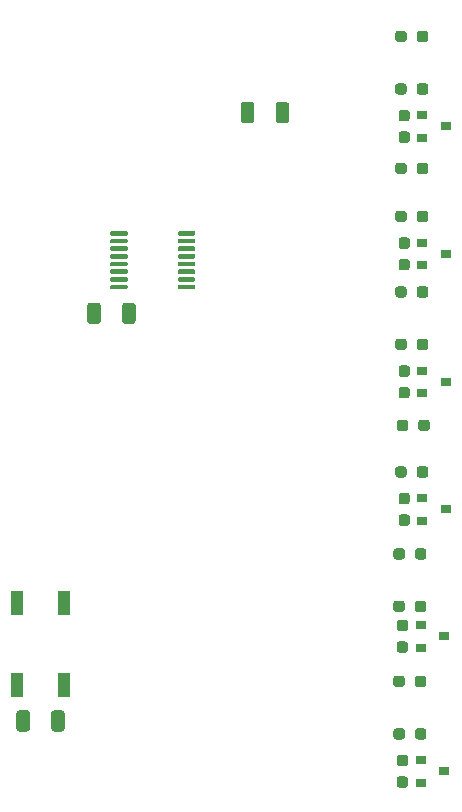
<source format=gbr>
%TF.GenerationSoftware,KiCad,Pcbnew,(5.1.9)-1*%
%TF.CreationDate,2021-10-29T07:15:38-06:00*%
%TF.ProjectId,throttle_controller,7468726f-7474-46c6-955f-636f6e74726f,rev?*%
%TF.SameCoordinates,Original*%
%TF.FileFunction,Paste,Top*%
%TF.FilePolarity,Positive*%
%FSLAX46Y46*%
G04 Gerber Fmt 4.6, Leading zero omitted, Abs format (unit mm)*
G04 Created by KiCad (PCBNEW (5.1.9)-1) date 2021-10-29 07:15:38*
%MOMM*%
%LPD*%
G01*
G04 APERTURE LIST*
%ADD10R,0.900000X0.800000*%
%ADD11R,1.000000X2.000000*%
G04 APERTURE END LIST*
%TO.C,C3*%
G36*
G01*
X151076000Y-90179999D02*
X151076000Y-91480001D01*
G75*
G02*
X150826001Y-91730000I-249999J0D01*
G01*
X150175999Y-91730000D01*
G75*
G02*
X149926000Y-91480001I0J249999D01*
G01*
X149926000Y-90179999D01*
G75*
G02*
X150175999Y-89930000I249999J0D01*
G01*
X150826001Y-89930000D01*
G75*
G02*
X151076000Y-90179999I0J-249999D01*
G01*
G37*
G36*
G01*
X154026000Y-90179999D02*
X154026000Y-91480001D01*
G75*
G02*
X153776001Y-91730000I-249999J0D01*
G01*
X153125999Y-91730000D01*
G75*
G02*
X152876000Y-91480001I0J249999D01*
G01*
X152876000Y-90179999D01*
G75*
G02*
X153125999Y-89930000I249999J0D01*
G01*
X153776001Y-89930000D01*
G75*
G02*
X154026000Y-90179999I0J-249999D01*
G01*
G37*
%TD*%
%TO.C,R4*%
G36*
G01*
X164671500Y-143668500D02*
X164671500Y-143193500D01*
G75*
G02*
X164909000Y-142956000I237500J0D01*
G01*
X165409000Y-142956000D01*
G75*
G02*
X165646500Y-143193500I0J-237500D01*
G01*
X165646500Y-143668500D01*
G75*
G02*
X165409000Y-143906000I-237500J0D01*
G01*
X164909000Y-143906000D01*
G75*
G02*
X164671500Y-143668500I0J237500D01*
G01*
G37*
G36*
G01*
X162846500Y-143668500D02*
X162846500Y-143193500D01*
G75*
G02*
X163084000Y-142956000I237500J0D01*
G01*
X163584000Y-142956000D01*
G75*
G02*
X163821500Y-143193500I0J-237500D01*
G01*
X163821500Y-143668500D01*
G75*
G02*
X163584000Y-143906000I-237500J0D01*
G01*
X163084000Y-143906000D01*
G75*
G02*
X162846500Y-143668500I0J237500D01*
G01*
G37*
%TD*%
%TO.C,R2*%
G36*
G01*
X163374000Y-135601000D02*
X163849000Y-135601000D01*
G75*
G02*
X164086500Y-135838500I0J-237500D01*
G01*
X164086500Y-136338500D01*
G75*
G02*
X163849000Y-136576000I-237500J0D01*
G01*
X163374000Y-136576000D01*
G75*
G02*
X163136500Y-136338500I0J237500D01*
G01*
X163136500Y-135838500D01*
G75*
G02*
X163374000Y-135601000I237500J0D01*
G01*
G37*
G36*
G01*
X163374000Y-133776000D02*
X163849000Y-133776000D01*
G75*
G02*
X164086500Y-134013500I0J-237500D01*
G01*
X164086500Y-134513500D01*
G75*
G02*
X163849000Y-134751000I-237500J0D01*
G01*
X163374000Y-134751000D01*
G75*
G02*
X163136500Y-134513500I0J237500D01*
G01*
X163136500Y-134013500D01*
G75*
G02*
X163374000Y-133776000I237500J0D01*
G01*
G37*
%TD*%
D10*
%TO.C,Q4*%
X167151500Y-146606000D03*
X165151500Y-147556000D03*
X165151500Y-145656000D03*
%TD*%
%TO.C,R3*%
G36*
G01*
X164671500Y-128428500D02*
X164671500Y-127953500D01*
G75*
G02*
X164909000Y-127716000I237500J0D01*
G01*
X165409000Y-127716000D01*
G75*
G02*
X165646500Y-127953500I0J-237500D01*
G01*
X165646500Y-128428500D01*
G75*
G02*
X165409000Y-128666000I-237500J0D01*
G01*
X164909000Y-128666000D01*
G75*
G02*
X164671500Y-128428500I0J237500D01*
G01*
G37*
G36*
G01*
X162846500Y-128428500D02*
X162846500Y-127953500D01*
G75*
G02*
X163084000Y-127716000I237500J0D01*
G01*
X163584000Y-127716000D01*
G75*
G02*
X163821500Y-127953500I0J-237500D01*
G01*
X163821500Y-128428500D01*
G75*
G02*
X163584000Y-128666000I-237500J0D01*
G01*
X163084000Y-128666000D01*
G75*
G02*
X162846500Y-128428500I0J237500D01*
G01*
G37*
%TD*%
%TO.C,Q2*%
X167151500Y-135176000D03*
X165151500Y-136126000D03*
X165151500Y-134226000D03*
%TD*%
%TO.C,R5*%
G36*
G01*
X163374000Y-147031000D02*
X163849000Y-147031000D01*
G75*
G02*
X164086500Y-147268500I0J-237500D01*
G01*
X164086500Y-147768500D01*
G75*
G02*
X163849000Y-148006000I-237500J0D01*
G01*
X163374000Y-148006000D01*
G75*
G02*
X163136500Y-147768500I0J237500D01*
G01*
X163136500Y-147268500D01*
G75*
G02*
X163374000Y-147031000I237500J0D01*
G01*
G37*
G36*
G01*
X163374000Y-145206000D02*
X163849000Y-145206000D01*
G75*
G02*
X164086500Y-145443500I0J-237500D01*
G01*
X164086500Y-145943500D01*
G75*
G02*
X163849000Y-146181000I-237500J0D01*
G01*
X163374000Y-146181000D01*
G75*
G02*
X163136500Y-145943500I0J237500D01*
G01*
X163136500Y-145443500D01*
G75*
G02*
X163374000Y-145206000I237500J0D01*
G01*
G37*
%TD*%
%TO.C,R1*%
G36*
G01*
X164671500Y-132873500D02*
X164671500Y-132398500D01*
G75*
G02*
X164909000Y-132161000I237500J0D01*
G01*
X165409000Y-132161000D01*
G75*
G02*
X165646500Y-132398500I0J-237500D01*
G01*
X165646500Y-132873500D01*
G75*
G02*
X165409000Y-133111000I-237500J0D01*
G01*
X164909000Y-133111000D01*
G75*
G02*
X164671500Y-132873500I0J237500D01*
G01*
G37*
G36*
G01*
X162846500Y-132873500D02*
X162846500Y-132398500D01*
G75*
G02*
X163084000Y-132161000I237500J0D01*
G01*
X163584000Y-132161000D01*
G75*
G02*
X163821500Y-132398500I0J-237500D01*
G01*
X163821500Y-132873500D01*
G75*
G02*
X163584000Y-133111000I-237500J0D01*
G01*
X163084000Y-133111000D01*
G75*
G02*
X162846500Y-132873500I0J237500D01*
G01*
G37*
%TD*%
%TO.C,R6*%
G36*
G01*
X164671500Y-139223500D02*
X164671500Y-138748500D01*
G75*
G02*
X164909000Y-138511000I237500J0D01*
G01*
X165409000Y-138511000D01*
G75*
G02*
X165646500Y-138748500I0J-237500D01*
G01*
X165646500Y-139223500D01*
G75*
G02*
X165409000Y-139461000I-237500J0D01*
G01*
X164909000Y-139461000D01*
G75*
G02*
X164671500Y-139223500I0J237500D01*
G01*
G37*
G36*
G01*
X162846500Y-139223500D02*
X162846500Y-138748500D01*
G75*
G02*
X163084000Y-138511000I237500J0D01*
G01*
X163584000Y-138511000D01*
G75*
G02*
X163821500Y-138748500I0J-237500D01*
G01*
X163821500Y-139223500D01*
G75*
G02*
X163584000Y-139461000I-237500J0D01*
G01*
X163084000Y-139461000D01*
G75*
G02*
X162846500Y-139223500I0J237500D01*
G01*
G37*
%TD*%
%TO.C,U2*%
G36*
G01*
X140351000Y-105505000D02*
X140351000Y-105705000D01*
G75*
G02*
X140251000Y-105805000I-100000J0D01*
G01*
X138976000Y-105805000D01*
G75*
G02*
X138876000Y-105705000I0J100000D01*
G01*
X138876000Y-105505000D01*
G75*
G02*
X138976000Y-105405000I100000J0D01*
G01*
X140251000Y-105405000D01*
G75*
G02*
X140351000Y-105505000I0J-100000D01*
G01*
G37*
G36*
G01*
X140351000Y-104855000D02*
X140351000Y-105055000D01*
G75*
G02*
X140251000Y-105155000I-100000J0D01*
G01*
X138976000Y-105155000D01*
G75*
G02*
X138876000Y-105055000I0J100000D01*
G01*
X138876000Y-104855000D01*
G75*
G02*
X138976000Y-104755000I100000J0D01*
G01*
X140251000Y-104755000D01*
G75*
G02*
X140351000Y-104855000I0J-100000D01*
G01*
G37*
G36*
G01*
X140351000Y-104205000D02*
X140351000Y-104405000D01*
G75*
G02*
X140251000Y-104505000I-100000J0D01*
G01*
X138976000Y-104505000D01*
G75*
G02*
X138876000Y-104405000I0J100000D01*
G01*
X138876000Y-104205000D01*
G75*
G02*
X138976000Y-104105000I100000J0D01*
G01*
X140251000Y-104105000D01*
G75*
G02*
X140351000Y-104205000I0J-100000D01*
G01*
G37*
G36*
G01*
X140351000Y-103555000D02*
X140351000Y-103755000D01*
G75*
G02*
X140251000Y-103855000I-100000J0D01*
G01*
X138976000Y-103855000D01*
G75*
G02*
X138876000Y-103755000I0J100000D01*
G01*
X138876000Y-103555000D01*
G75*
G02*
X138976000Y-103455000I100000J0D01*
G01*
X140251000Y-103455000D01*
G75*
G02*
X140351000Y-103555000I0J-100000D01*
G01*
G37*
G36*
G01*
X140351000Y-102905000D02*
X140351000Y-103105000D01*
G75*
G02*
X140251000Y-103205000I-100000J0D01*
G01*
X138976000Y-103205000D01*
G75*
G02*
X138876000Y-103105000I0J100000D01*
G01*
X138876000Y-102905000D01*
G75*
G02*
X138976000Y-102805000I100000J0D01*
G01*
X140251000Y-102805000D01*
G75*
G02*
X140351000Y-102905000I0J-100000D01*
G01*
G37*
G36*
G01*
X140351000Y-102255000D02*
X140351000Y-102455000D01*
G75*
G02*
X140251000Y-102555000I-100000J0D01*
G01*
X138976000Y-102555000D01*
G75*
G02*
X138876000Y-102455000I0J100000D01*
G01*
X138876000Y-102255000D01*
G75*
G02*
X138976000Y-102155000I100000J0D01*
G01*
X140251000Y-102155000D01*
G75*
G02*
X140351000Y-102255000I0J-100000D01*
G01*
G37*
G36*
G01*
X140351000Y-101605000D02*
X140351000Y-101805000D01*
G75*
G02*
X140251000Y-101905000I-100000J0D01*
G01*
X138976000Y-101905000D01*
G75*
G02*
X138876000Y-101805000I0J100000D01*
G01*
X138876000Y-101605000D01*
G75*
G02*
X138976000Y-101505000I100000J0D01*
G01*
X140251000Y-101505000D01*
G75*
G02*
X140351000Y-101605000I0J-100000D01*
G01*
G37*
G36*
G01*
X140351000Y-100955000D02*
X140351000Y-101155000D01*
G75*
G02*
X140251000Y-101255000I-100000J0D01*
G01*
X138976000Y-101255000D01*
G75*
G02*
X138876000Y-101155000I0J100000D01*
G01*
X138876000Y-100955000D01*
G75*
G02*
X138976000Y-100855000I100000J0D01*
G01*
X140251000Y-100855000D01*
G75*
G02*
X140351000Y-100955000I0J-100000D01*
G01*
G37*
G36*
G01*
X146076000Y-100955000D02*
X146076000Y-101155000D01*
G75*
G02*
X145976000Y-101255000I-100000J0D01*
G01*
X144701000Y-101255000D01*
G75*
G02*
X144601000Y-101155000I0J100000D01*
G01*
X144601000Y-100955000D01*
G75*
G02*
X144701000Y-100855000I100000J0D01*
G01*
X145976000Y-100855000D01*
G75*
G02*
X146076000Y-100955000I0J-100000D01*
G01*
G37*
G36*
G01*
X146076000Y-101605000D02*
X146076000Y-101805000D01*
G75*
G02*
X145976000Y-101905000I-100000J0D01*
G01*
X144701000Y-101905000D01*
G75*
G02*
X144601000Y-101805000I0J100000D01*
G01*
X144601000Y-101605000D01*
G75*
G02*
X144701000Y-101505000I100000J0D01*
G01*
X145976000Y-101505000D01*
G75*
G02*
X146076000Y-101605000I0J-100000D01*
G01*
G37*
G36*
G01*
X146076000Y-102255000D02*
X146076000Y-102455000D01*
G75*
G02*
X145976000Y-102555000I-100000J0D01*
G01*
X144701000Y-102555000D01*
G75*
G02*
X144601000Y-102455000I0J100000D01*
G01*
X144601000Y-102255000D01*
G75*
G02*
X144701000Y-102155000I100000J0D01*
G01*
X145976000Y-102155000D01*
G75*
G02*
X146076000Y-102255000I0J-100000D01*
G01*
G37*
G36*
G01*
X146076000Y-102905000D02*
X146076000Y-103105000D01*
G75*
G02*
X145976000Y-103205000I-100000J0D01*
G01*
X144701000Y-103205000D01*
G75*
G02*
X144601000Y-103105000I0J100000D01*
G01*
X144601000Y-102905000D01*
G75*
G02*
X144701000Y-102805000I100000J0D01*
G01*
X145976000Y-102805000D01*
G75*
G02*
X146076000Y-102905000I0J-100000D01*
G01*
G37*
G36*
G01*
X146076000Y-103555000D02*
X146076000Y-103755000D01*
G75*
G02*
X145976000Y-103855000I-100000J0D01*
G01*
X144701000Y-103855000D01*
G75*
G02*
X144601000Y-103755000I0J100000D01*
G01*
X144601000Y-103555000D01*
G75*
G02*
X144701000Y-103455000I100000J0D01*
G01*
X145976000Y-103455000D01*
G75*
G02*
X146076000Y-103555000I0J-100000D01*
G01*
G37*
G36*
G01*
X146076000Y-104205000D02*
X146076000Y-104405000D01*
G75*
G02*
X145976000Y-104505000I-100000J0D01*
G01*
X144701000Y-104505000D01*
G75*
G02*
X144601000Y-104405000I0J100000D01*
G01*
X144601000Y-104205000D01*
G75*
G02*
X144701000Y-104105000I100000J0D01*
G01*
X145976000Y-104105000D01*
G75*
G02*
X146076000Y-104205000I0J-100000D01*
G01*
G37*
G36*
G01*
X146076000Y-104855000D02*
X146076000Y-105055000D01*
G75*
G02*
X145976000Y-105155000I-100000J0D01*
G01*
X144701000Y-105155000D01*
G75*
G02*
X144601000Y-105055000I0J100000D01*
G01*
X144601000Y-104855000D01*
G75*
G02*
X144701000Y-104755000I100000J0D01*
G01*
X145976000Y-104755000D01*
G75*
G02*
X146076000Y-104855000I0J-100000D01*
G01*
G37*
G36*
G01*
X146076000Y-105505000D02*
X146076000Y-105705000D01*
G75*
G02*
X145976000Y-105805000I-100000J0D01*
G01*
X144701000Y-105805000D01*
G75*
G02*
X144601000Y-105705000I0J100000D01*
G01*
X144601000Y-105505000D01*
G75*
G02*
X144701000Y-105405000I100000J0D01*
G01*
X145976000Y-105405000D01*
G75*
G02*
X146076000Y-105505000I0J-100000D01*
G01*
G37*
%TD*%
D11*
%TO.C,SW1*%
X134976000Y-132330000D03*
X134976000Y-139330000D03*
X130976000Y-132330000D03*
X130976000Y-139330000D03*
%TD*%
%TO.C,R18*%
G36*
G01*
X164955000Y-117551500D02*
X164955000Y-117076500D01*
G75*
G02*
X165192500Y-116839000I237500J0D01*
G01*
X165692500Y-116839000D01*
G75*
G02*
X165930000Y-117076500I0J-237500D01*
G01*
X165930000Y-117551500D01*
G75*
G02*
X165692500Y-117789000I-237500J0D01*
G01*
X165192500Y-117789000D01*
G75*
G02*
X164955000Y-117551500I0J237500D01*
G01*
G37*
G36*
G01*
X163130000Y-117551500D02*
X163130000Y-117076500D01*
G75*
G02*
X163367500Y-116839000I237500J0D01*
G01*
X163867500Y-116839000D01*
G75*
G02*
X164105000Y-117076500I0J-237500D01*
G01*
X164105000Y-117551500D01*
G75*
G02*
X163867500Y-117789000I-237500J0D01*
G01*
X163367500Y-117789000D01*
G75*
G02*
X163130000Y-117551500I0J237500D01*
G01*
G37*
%TD*%
%TO.C,R17*%
G36*
G01*
X164828000Y-106248500D02*
X164828000Y-105773500D01*
G75*
G02*
X165065500Y-105536000I237500J0D01*
G01*
X165565500Y-105536000D01*
G75*
G02*
X165803000Y-105773500I0J-237500D01*
G01*
X165803000Y-106248500D01*
G75*
G02*
X165565500Y-106486000I-237500J0D01*
G01*
X165065500Y-106486000D01*
G75*
G02*
X164828000Y-106248500I0J237500D01*
G01*
G37*
G36*
G01*
X163003000Y-106248500D02*
X163003000Y-105773500D01*
G75*
G02*
X163240500Y-105536000I237500J0D01*
G01*
X163740500Y-105536000D01*
G75*
G02*
X163978000Y-105773500I0J-237500D01*
G01*
X163978000Y-106248500D01*
G75*
G02*
X163740500Y-106486000I-237500J0D01*
G01*
X163240500Y-106486000D01*
G75*
G02*
X163003000Y-106248500I0J237500D01*
G01*
G37*
%TD*%
%TO.C,R16*%
G36*
G01*
X163530500Y-124851000D02*
X164005500Y-124851000D01*
G75*
G02*
X164243000Y-125088500I0J-237500D01*
G01*
X164243000Y-125588500D01*
G75*
G02*
X164005500Y-125826000I-237500J0D01*
G01*
X163530500Y-125826000D01*
G75*
G02*
X163293000Y-125588500I0J237500D01*
G01*
X163293000Y-125088500D01*
G75*
G02*
X163530500Y-124851000I237500J0D01*
G01*
G37*
G36*
G01*
X163530500Y-123026000D02*
X164005500Y-123026000D01*
G75*
G02*
X164243000Y-123263500I0J-237500D01*
G01*
X164243000Y-123763500D01*
G75*
G02*
X164005500Y-124001000I-237500J0D01*
G01*
X163530500Y-124001000D01*
G75*
G02*
X163293000Y-123763500I0J237500D01*
G01*
X163293000Y-123263500D01*
G75*
G02*
X163530500Y-123026000I237500J0D01*
G01*
G37*
%TD*%
%TO.C,R15*%
G36*
G01*
X163530500Y-114056000D02*
X164005500Y-114056000D01*
G75*
G02*
X164243000Y-114293500I0J-237500D01*
G01*
X164243000Y-114793500D01*
G75*
G02*
X164005500Y-115031000I-237500J0D01*
G01*
X163530500Y-115031000D01*
G75*
G02*
X163293000Y-114793500I0J237500D01*
G01*
X163293000Y-114293500D01*
G75*
G02*
X163530500Y-114056000I237500J0D01*
G01*
G37*
G36*
G01*
X163530500Y-112231000D02*
X164005500Y-112231000D01*
G75*
G02*
X164243000Y-112468500I0J-237500D01*
G01*
X164243000Y-112968500D01*
G75*
G02*
X164005500Y-113206000I-237500J0D01*
G01*
X163530500Y-113206000D01*
G75*
G02*
X163293000Y-112968500I0J237500D01*
G01*
X163293000Y-112468500D01*
G75*
G02*
X163530500Y-112231000I237500J0D01*
G01*
G37*
%TD*%
%TO.C,R14*%
G36*
G01*
X164828000Y-121488500D02*
X164828000Y-121013500D01*
G75*
G02*
X165065500Y-120776000I237500J0D01*
G01*
X165565500Y-120776000D01*
G75*
G02*
X165803000Y-121013500I0J-237500D01*
G01*
X165803000Y-121488500D01*
G75*
G02*
X165565500Y-121726000I-237500J0D01*
G01*
X165065500Y-121726000D01*
G75*
G02*
X164828000Y-121488500I0J237500D01*
G01*
G37*
G36*
G01*
X163003000Y-121488500D02*
X163003000Y-121013500D01*
G75*
G02*
X163240500Y-120776000I237500J0D01*
G01*
X163740500Y-120776000D01*
G75*
G02*
X163978000Y-121013500I0J-237500D01*
G01*
X163978000Y-121488500D01*
G75*
G02*
X163740500Y-121726000I-237500J0D01*
G01*
X163240500Y-121726000D01*
G75*
G02*
X163003000Y-121488500I0J237500D01*
G01*
G37*
%TD*%
%TO.C,R13*%
G36*
G01*
X164828000Y-110693500D02*
X164828000Y-110218500D01*
G75*
G02*
X165065500Y-109981000I237500J0D01*
G01*
X165565500Y-109981000D01*
G75*
G02*
X165803000Y-110218500I0J-237500D01*
G01*
X165803000Y-110693500D01*
G75*
G02*
X165565500Y-110931000I-237500J0D01*
G01*
X165065500Y-110931000D01*
G75*
G02*
X164828000Y-110693500I0J237500D01*
G01*
G37*
G36*
G01*
X163003000Y-110693500D02*
X163003000Y-110218500D01*
G75*
G02*
X163240500Y-109981000I237500J0D01*
G01*
X163740500Y-109981000D01*
G75*
G02*
X163978000Y-110218500I0J-237500D01*
G01*
X163978000Y-110693500D01*
G75*
G02*
X163740500Y-110931000I-237500J0D01*
G01*
X163240500Y-110931000D01*
G75*
G02*
X163003000Y-110693500I0J237500D01*
G01*
G37*
%TD*%
%TO.C,R12*%
G36*
G01*
X164828000Y-95794500D02*
X164828000Y-95319500D01*
G75*
G02*
X165065500Y-95082000I237500J0D01*
G01*
X165565500Y-95082000D01*
G75*
G02*
X165803000Y-95319500I0J-237500D01*
G01*
X165803000Y-95794500D01*
G75*
G02*
X165565500Y-96032000I-237500J0D01*
G01*
X165065500Y-96032000D01*
G75*
G02*
X164828000Y-95794500I0J237500D01*
G01*
G37*
G36*
G01*
X163003000Y-95794500D02*
X163003000Y-95319500D01*
G75*
G02*
X163240500Y-95082000I237500J0D01*
G01*
X163740500Y-95082000D01*
G75*
G02*
X163978000Y-95319500I0J-237500D01*
G01*
X163978000Y-95794500D01*
G75*
G02*
X163740500Y-96032000I-237500J0D01*
G01*
X163240500Y-96032000D01*
G75*
G02*
X163003000Y-95794500I0J237500D01*
G01*
G37*
%TD*%
%TO.C,R11*%
G36*
G01*
X164828000Y-84618500D02*
X164828000Y-84143500D01*
G75*
G02*
X165065500Y-83906000I237500J0D01*
G01*
X165565500Y-83906000D01*
G75*
G02*
X165803000Y-84143500I0J-237500D01*
G01*
X165803000Y-84618500D01*
G75*
G02*
X165565500Y-84856000I-237500J0D01*
G01*
X165065500Y-84856000D01*
G75*
G02*
X164828000Y-84618500I0J237500D01*
G01*
G37*
G36*
G01*
X163003000Y-84618500D02*
X163003000Y-84143500D01*
G75*
G02*
X163240500Y-83906000I237500J0D01*
G01*
X163740500Y-83906000D01*
G75*
G02*
X163978000Y-84143500I0J-237500D01*
G01*
X163978000Y-84618500D01*
G75*
G02*
X163740500Y-84856000I-237500J0D01*
G01*
X163240500Y-84856000D01*
G75*
G02*
X163003000Y-84618500I0J237500D01*
G01*
G37*
%TD*%
%TO.C,R10*%
G36*
G01*
X163530500Y-103221000D02*
X164005500Y-103221000D01*
G75*
G02*
X164243000Y-103458500I0J-237500D01*
G01*
X164243000Y-103958500D01*
G75*
G02*
X164005500Y-104196000I-237500J0D01*
G01*
X163530500Y-104196000D01*
G75*
G02*
X163293000Y-103958500I0J237500D01*
G01*
X163293000Y-103458500D01*
G75*
G02*
X163530500Y-103221000I237500J0D01*
G01*
G37*
G36*
G01*
X163530500Y-101396000D02*
X164005500Y-101396000D01*
G75*
G02*
X164243000Y-101633500I0J-237500D01*
G01*
X164243000Y-102133500D01*
G75*
G02*
X164005500Y-102371000I-237500J0D01*
G01*
X163530500Y-102371000D01*
G75*
G02*
X163293000Y-102133500I0J237500D01*
G01*
X163293000Y-101633500D01*
G75*
G02*
X163530500Y-101396000I237500J0D01*
G01*
G37*
%TD*%
%TO.C,R9*%
G36*
G01*
X163530500Y-92426000D02*
X164005500Y-92426000D01*
G75*
G02*
X164243000Y-92663500I0J-237500D01*
G01*
X164243000Y-93163500D01*
G75*
G02*
X164005500Y-93401000I-237500J0D01*
G01*
X163530500Y-93401000D01*
G75*
G02*
X163293000Y-93163500I0J237500D01*
G01*
X163293000Y-92663500D01*
G75*
G02*
X163530500Y-92426000I237500J0D01*
G01*
G37*
G36*
G01*
X163530500Y-90601000D02*
X164005500Y-90601000D01*
G75*
G02*
X164243000Y-90838500I0J-237500D01*
G01*
X164243000Y-91338500D01*
G75*
G02*
X164005500Y-91576000I-237500J0D01*
G01*
X163530500Y-91576000D01*
G75*
G02*
X163293000Y-91338500I0J237500D01*
G01*
X163293000Y-90838500D01*
G75*
G02*
X163530500Y-90601000I237500J0D01*
G01*
G37*
%TD*%
%TO.C,R8*%
G36*
G01*
X164828000Y-99858500D02*
X164828000Y-99383500D01*
G75*
G02*
X165065500Y-99146000I237500J0D01*
G01*
X165565500Y-99146000D01*
G75*
G02*
X165803000Y-99383500I0J-237500D01*
G01*
X165803000Y-99858500D01*
G75*
G02*
X165565500Y-100096000I-237500J0D01*
G01*
X165065500Y-100096000D01*
G75*
G02*
X164828000Y-99858500I0J237500D01*
G01*
G37*
G36*
G01*
X163003000Y-99858500D02*
X163003000Y-99383500D01*
G75*
G02*
X163240500Y-99146000I237500J0D01*
G01*
X163740500Y-99146000D01*
G75*
G02*
X163978000Y-99383500I0J-237500D01*
G01*
X163978000Y-99858500D01*
G75*
G02*
X163740500Y-100096000I-237500J0D01*
G01*
X163240500Y-100096000D01*
G75*
G02*
X163003000Y-99858500I0J237500D01*
G01*
G37*
%TD*%
%TO.C,R7*%
G36*
G01*
X164828000Y-89063500D02*
X164828000Y-88588500D01*
G75*
G02*
X165065500Y-88351000I237500J0D01*
G01*
X165565500Y-88351000D01*
G75*
G02*
X165803000Y-88588500I0J-237500D01*
G01*
X165803000Y-89063500D01*
G75*
G02*
X165565500Y-89301000I-237500J0D01*
G01*
X165065500Y-89301000D01*
G75*
G02*
X164828000Y-89063500I0J237500D01*
G01*
G37*
G36*
G01*
X163003000Y-89063500D02*
X163003000Y-88588500D01*
G75*
G02*
X163240500Y-88351000I237500J0D01*
G01*
X163740500Y-88351000D01*
G75*
G02*
X163978000Y-88588500I0J-237500D01*
G01*
X163978000Y-89063500D01*
G75*
G02*
X163740500Y-89301000I-237500J0D01*
G01*
X163240500Y-89301000D01*
G75*
G02*
X163003000Y-89063500I0J237500D01*
G01*
G37*
%TD*%
D10*
%TO.C,Q12*%
X167308000Y-124426000D03*
X165308000Y-125376000D03*
X165308000Y-123476000D03*
%TD*%
%TO.C,Q11*%
X167308000Y-113631000D03*
X165308000Y-114581000D03*
X165308000Y-112681000D03*
%TD*%
%TO.C,Q8*%
X167308000Y-102796000D03*
X165308000Y-103746000D03*
X165308000Y-101846000D03*
%TD*%
%TO.C,Q7*%
X167308000Y-92001000D03*
X165308000Y-92951000D03*
X165308000Y-91051000D03*
%TD*%
%TO.C,C2*%
G36*
G01*
X132076000Y-141679999D02*
X132076000Y-142980001D01*
G75*
G02*
X131826001Y-143230000I-249999J0D01*
G01*
X131175999Y-143230000D01*
G75*
G02*
X130926000Y-142980001I0J249999D01*
G01*
X130926000Y-141679999D01*
G75*
G02*
X131175999Y-141430000I249999J0D01*
G01*
X131826001Y-141430000D01*
G75*
G02*
X132076000Y-141679999I0J-249999D01*
G01*
G37*
G36*
G01*
X135026000Y-141679999D02*
X135026000Y-142980001D01*
G75*
G02*
X134776001Y-143230000I-249999J0D01*
G01*
X134125999Y-143230000D01*
G75*
G02*
X133876000Y-142980001I0J249999D01*
G01*
X133876000Y-141679999D01*
G75*
G02*
X134125999Y-141430000I249999J0D01*
G01*
X134776001Y-141430000D01*
G75*
G02*
X135026000Y-141679999I0J-249999D01*
G01*
G37*
%TD*%
%TO.C,C1*%
G36*
G01*
X139876000Y-108480001D02*
X139876000Y-107179999D01*
G75*
G02*
X140125999Y-106930000I249999J0D01*
G01*
X140776001Y-106930000D01*
G75*
G02*
X141026000Y-107179999I0J-249999D01*
G01*
X141026000Y-108480001D01*
G75*
G02*
X140776001Y-108730000I-249999J0D01*
G01*
X140125999Y-108730000D01*
G75*
G02*
X139876000Y-108480001I0J249999D01*
G01*
G37*
G36*
G01*
X136926000Y-108480001D02*
X136926000Y-107179999D01*
G75*
G02*
X137175999Y-106930000I249999J0D01*
G01*
X137826001Y-106930000D01*
G75*
G02*
X138076000Y-107179999I0J-249999D01*
G01*
X138076000Y-108480001D01*
G75*
G02*
X137826001Y-108730000I-249999J0D01*
G01*
X137175999Y-108730000D01*
G75*
G02*
X136926000Y-108480001I0J249999D01*
G01*
G37*
%TD*%
M02*

</source>
